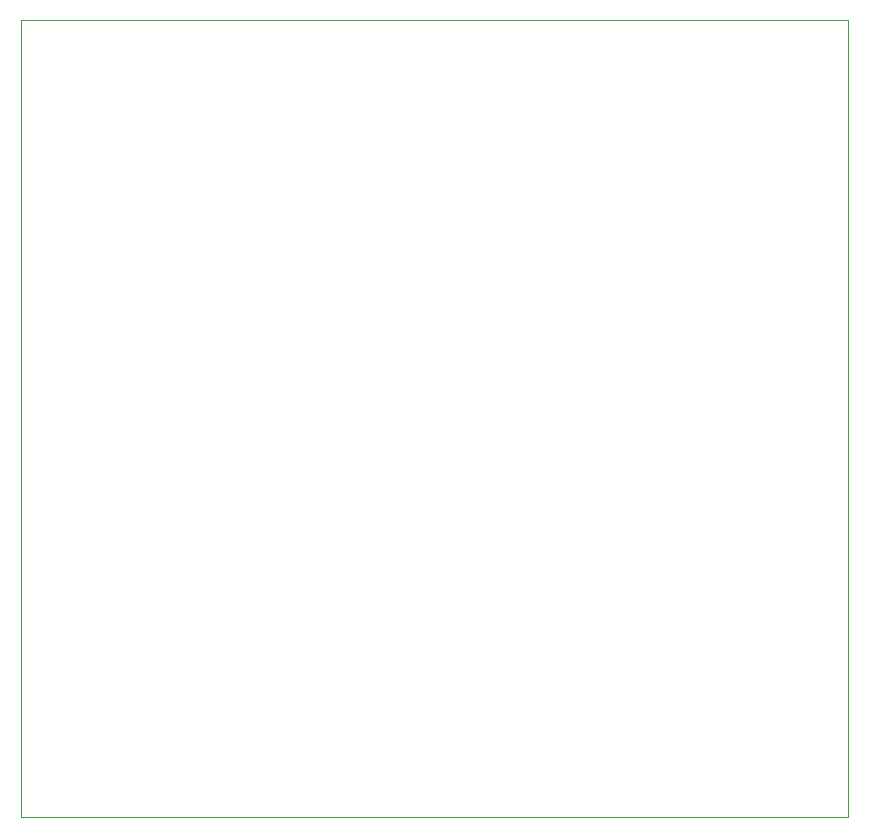
<source format=gbr>
G04 #@! TF.GenerationSoftware,KiCad,Pcbnew,5.1.10-88a1d61d58~90~ubuntu21.04.1*
G04 #@! TF.CreationDate,2021-10-15T09:48:59+02:00*
G04 #@! TF.ProjectId,IndicatorLeds,496e6469-6361-4746-9f72-4c6564732e6b,rev?*
G04 #@! TF.SameCoordinates,Original*
G04 #@! TF.FileFunction,Profile,NP*
%FSLAX46Y46*%
G04 Gerber Fmt 4.6, Leading zero omitted, Abs format (unit mm)*
G04 Created by KiCad (PCBNEW 5.1.10-88a1d61d58~90~ubuntu21.04.1) date 2021-10-15 09:48:59*
%MOMM*%
%LPD*%
G01*
G04 APERTURE LIST*
G04 #@! TA.AperFunction,Profile*
%ADD10C,0.100000*%
G04 #@! TD*
G04 APERTURE END LIST*
D10*
X45000000Y-49999000D02*
X110000000Y-49999000D01*
X45000000Y-117501000D02*
X45000000Y-49999000D01*
X115001000Y-117501000D02*
X45000000Y-117501000D01*
X115001000Y-49999000D02*
X115001000Y-117501000D01*
X110000000Y-49999000D02*
X115001000Y-49999000D01*
M02*

</source>
